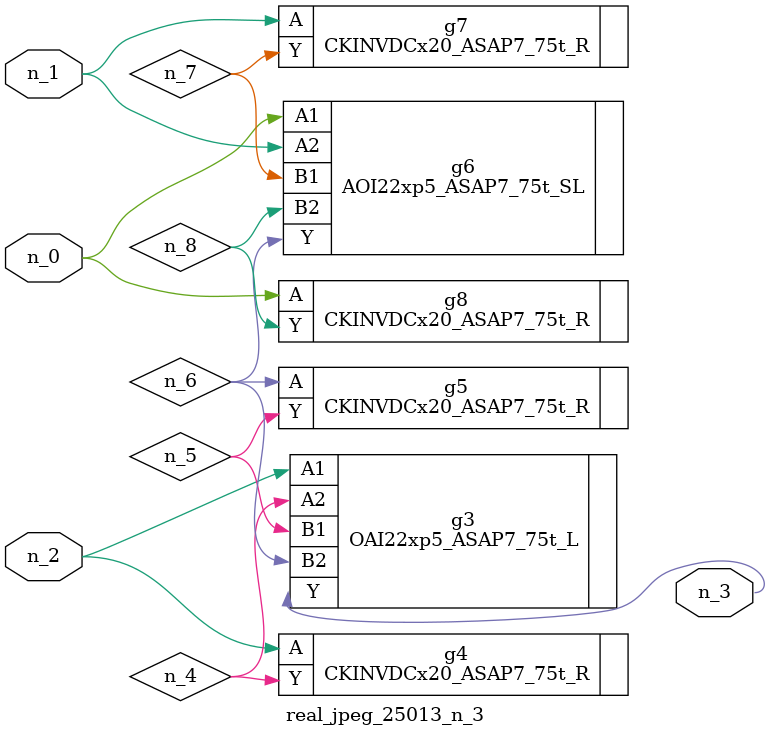
<source format=v>
module real_jpeg_25013_n_3 (n_1, n_0, n_2, n_3);

input n_1;
input n_0;
input n_2;

output n_3;

wire n_5;
wire n_8;
wire n_4;
wire n_6;
wire n_7;

AOI22xp5_ASAP7_75t_SL g6 ( 
.A1(n_0),
.A2(n_1),
.B1(n_7),
.B2(n_8),
.Y(n_6)
);

CKINVDCx20_ASAP7_75t_R g8 ( 
.A(n_0),
.Y(n_8)
);

CKINVDCx20_ASAP7_75t_R g7 ( 
.A(n_1),
.Y(n_7)
);

OAI22xp5_ASAP7_75t_L g3 ( 
.A1(n_2),
.A2(n_4),
.B1(n_5),
.B2(n_6),
.Y(n_3)
);

CKINVDCx20_ASAP7_75t_R g4 ( 
.A(n_2),
.Y(n_4)
);

CKINVDCx20_ASAP7_75t_R g5 ( 
.A(n_6),
.Y(n_5)
);


endmodule
</source>
